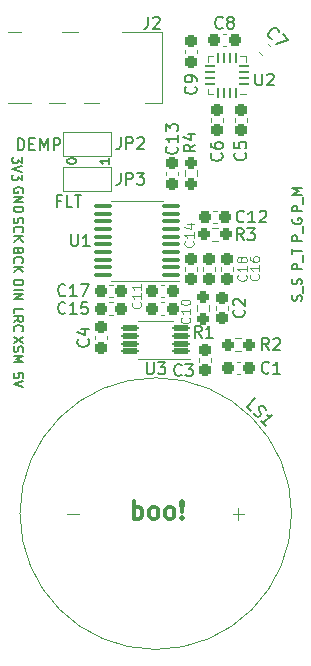
<source format=gto>
%TF.GenerationSoftware,KiCad,Pcbnew,7.0.5*%
%TF.CreationDate,2025-04-30T23:03:42+08:00*%
%TF.ProjectId,audio-test-board,61756469-6f2d-4746-9573-742d626f6172,rev?*%
%TF.SameCoordinates,Original*%
%TF.FileFunction,Legend,Top*%
%TF.FilePolarity,Positive*%
%FSLAX46Y46*%
G04 Gerber Fmt 4.6, Leading zero omitted, Abs format (unit mm)*
G04 Created by KiCad (PCBNEW 7.0.5) date 2025-04-30 23:03:42*
%MOMM*%
%LPD*%
G01*
G04 APERTURE LIST*
G04 Aperture macros list*
%AMRoundRect*
0 Rectangle with rounded corners*
0 $1 Rounding radius*
0 $2 $3 $4 $5 $6 $7 $8 $9 X,Y pos of 4 corners*
0 Add a 4 corners polygon primitive as box body*
4,1,4,$2,$3,$4,$5,$6,$7,$8,$9,$2,$3,0*
0 Add four circle primitives for the rounded corners*
1,1,$1+$1,$2,$3*
1,1,$1+$1,$4,$5*
1,1,$1+$1,$6,$7*
1,1,$1+$1,$8,$9*
0 Add four rect primitives between the rounded corners*
20,1,$1+$1,$2,$3,$4,$5,0*
20,1,$1+$1,$4,$5,$6,$7,0*
20,1,$1+$1,$6,$7,$8,$9,0*
20,1,$1+$1,$8,$9,$2,$3,0*%
G04 Aperture macros list end*
%ADD10C,0.150000*%
%ADD11C,0.300000*%
%ADD12C,0.125000*%
%ADD13C,0.120000*%
%ADD14R,1.570000X1.890000*%
%ADD15RoundRect,0.125000X0.600000X0.125000X-0.600000X0.125000X-0.600000X-0.125000X0.600000X-0.125000X0*%
%ADD16RoundRect,0.237500X-0.237500X0.300000X-0.237500X-0.300000X0.237500X-0.300000X0.237500X0.300000X0*%
%ADD17R,1.000000X1.500000*%
%ADD18RoundRect,0.237500X0.237500X-0.300000X0.237500X0.300000X-0.237500X0.300000X-0.237500X-0.300000X0*%
%ADD19RoundRect,0.237500X-0.250000X-0.237500X0.250000X-0.237500X0.250000X0.237500X-0.250000X0.237500X0*%
%ADD20RoundRect,0.237500X-0.300000X-0.237500X0.300000X-0.237500X0.300000X0.237500X-0.300000X0.237500X0*%
%ADD21RoundRect,0.237500X0.250000X0.237500X-0.250000X0.237500X-0.250000X-0.237500X0.250000X-0.237500X0*%
%ADD22R,1.200000X2.300000*%
%ADD23RoundRect,0.237500X0.300000X0.237500X-0.300000X0.237500X-0.300000X-0.237500X0.300000X-0.237500X0*%
%ADD24RoundRect,0.237500X-0.237500X0.250000X-0.237500X-0.250000X0.237500X-0.250000X0.237500X0.250000X0*%
%ADD25RoundRect,0.237500X-0.380070X0.044194X0.044194X-0.380070X0.380070X-0.044194X-0.044194X0.380070X0*%
%ADD26RoundRect,0.062500X0.350000X0.062500X-0.350000X0.062500X-0.350000X-0.062500X0.350000X-0.062500X0*%
%ADD27RoundRect,0.062500X0.062500X0.350000X-0.062500X0.350000X-0.062500X-0.350000X0.062500X-0.350000X0*%
%ADD28R,1.680000X1.680000*%
%ADD29RoundRect,0.100000X0.637500X0.100000X-0.637500X0.100000X-0.637500X-0.100000X0.637500X-0.100000X0*%
%ADD30C,2.000000*%
%ADD31R,1.700000X1.700000*%
%ADD32O,1.700000X1.700000*%
G04 APERTURE END LIST*
D10*
X159392504Y-122231219D02*
X159392504Y-121850267D01*
X159392504Y-121850267D02*
X160192504Y-121850267D01*
X159392504Y-122955029D02*
X159773457Y-122688362D01*
X159392504Y-122497886D02*
X160192504Y-122497886D01*
X160192504Y-122497886D02*
X160192504Y-122802648D01*
X160192504Y-122802648D02*
X160154409Y-122878838D01*
X160154409Y-122878838D02*
X160116314Y-122916933D01*
X160116314Y-122916933D02*
X160040123Y-122955029D01*
X160040123Y-122955029D02*
X159925838Y-122955029D01*
X159925838Y-122955029D02*
X159849647Y-122916933D01*
X159849647Y-122916933D02*
X159811552Y-122878838D01*
X159811552Y-122878838D02*
X159773457Y-122802648D01*
X159773457Y-122802648D02*
X159773457Y-122497886D01*
X159468695Y-123755029D02*
X159430600Y-123716933D01*
X159430600Y-123716933D02*
X159392504Y-123602648D01*
X159392504Y-123602648D02*
X159392504Y-123526457D01*
X159392504Y-123526457D02*
X159430600Y-123412171D01*
X159430600Y-123412171D02*
X159506790Y-123335981D01*
X159506790Y-123335981D02*
X159582980Y-123297886D01*
X159582980Y-123297886D02*
X159735361Y-123259790D01*
X159735361Y-123259790D02*
X159849647Y-123259790D01*
X159849647Y-123259790D02*
X160002028Y-123297886D01*
X160002028Y-123297886D02*
X160078219Y-123335981D01*
X160078219Y-123335981D02*
X160154409Y-123412171D01*
X160154409Y-123412171D02*
X160192504Y-123526457D01*
X160192504Y-123526457D02*
X160192504Y-123602648D01*
X160192504Y-123602648D02*
X160154409Y-123716933D01*
X160154409Y-123716933D02*
X160116314Y-123755029D01*
X183801095Y-116077885D02*
X183001095Y-116077885D01*
X183001095Y-116077885D02*
X183001095Y-115773123D01*
X183001095Y-115773123D02*
X183039190Y-115696933D01*
X183039190Y-115696933D02*
X183077285Y-115658838D01*
X183077285Y-115658838D02*
X183153476Y-115620742D01*
X183153476Y-115620742D02*
X183267761Y-115620742D01*
X183267761Y-115620742D02*
X183343952Y-115658838D01*
X183343952Y-115658838D02*
X183382047Y-115696933D01*
X183382047Y-115696933D02*
X183420142Y-115773123D01*
X183420142Y-115773123D02*
X183420142Y-116077885D01*
X183877285Y-115468362D02*
X183877285Y-114858838D01*
X183039190Y-114249314D02*
X183001095Y-114325504D01*
X183001095Y-114325504D02*
X183001095Y-114439790D01*
X183001095Y-114439790D02*
X183039190Y-114554076D01*
X183039190Y-114554076D02*
X183115380Y-114630266D01*
X183115380Y-114630266D02*
X183191571Y-114668361D01*
X183191571Y-114668361D02*
X183343952Y-114706457D01*
X183343952Y-114706457D02*
X183458238Y-114706457D01*
X183458238Y-114706457D02*
X183610619Y-114668361D01*
X183610619Y-114668361D02*
X183686809Y-114630266D01*
X183686809Y-114630266D02*
X183763000Y-114554076D01*
X183763000Y-114554076D02*
X183801095Y-114439790D01*
X183801095Y-114439790D02*
X183801095Y-114363599D01*
X183801095Y-114363599D02*
X183763000Y-114249314D01*
X183763000Y-114249314D02*
X183724904Y-114211218D01*
X183724904Y-114211218D02*
X183458238Y-114211218D01*
X183458238Y-114211218D02*
X183458238Y-114363599D01*
X159430600Y-114135028D02*
X159392504Y-114249314D01*
X159392504Y-114249314D02*
X159392504Y-114439790D01*
X159392504Y-114439790D02*
X159430600Y-114515981D01*
X159430600Y-114515981D02*
X159468695Y-114554076D01*
X159468695Y-114554076D02*
X159544885Y-114592171D01*
X159544885Y-114592171D02*
X159621076Y-114592171D01*
X159621076Y-114592171D02*
X159697266Y-114554076D01*
X159697266Y-114554076D02*
X159735361Y-114515981D01*
X159735361Y-114515981D02*
X159773457Y-114439790D01*
X159773457Y-114439790D02*
X159811552Y-114287409D01*
X159811552Y-114287409D02*
X159849647Y-114211219D01*
X159849647Y-114211219D02*
X159887742Y-114173124D01*
X159887742Y-114173124D02*
X159963933Y-114135028D01*
X159963933Y-114135028D02*
X160040123Y-114135028D01*
X160040123Y-114135028D02*
X160116314Y-114173124D01*
X160116314Y-114173124D02*
X160154409Y-114211219D01*
X160154409Y-114211219D02*
X160192504Y-114287409D01*
X160192504Y-114287409D02*
X160192504Y-114477886D01*
X160192504Y-114477886D02*
X160154409Y-114592171D01*
X159468695Y-115392172D02*
X159430600Y-115354076D01*
X159430600Y-115354076D02*
X159392504Y-115239791D01*
X159392504Y-115239791D02*
X159392504Y-115163600D01*
X159392504Y-115163600D02*
X159430600Y-115049314D01*
X159430600Y-115049314D02*
X159506790Y-114973124D01*
X159506790Y-114973124D02*
X159582980Y-114935029D01*
X159582980Y-114935029D02*
X159735361Y-114896933D01*
X159735361Y-114896933D02*
X159849647Y-114896933D01*
X159849647Y-114896933D02*
X160002028Y-114935029D01*
X160002028Y-114935029D02*
X160078219Y-114973124D01*
X160078219Y-114973124D02*
X160154409Y-115049314D01*
X160154409Y-115049314D02*
X160192504Y-115163600D01*
X160192504Y-115163600D02*
X160192504Y-115239791D01*
X160192504Y-115239791D02*
X160154409Y-115354076D01*
X160154409Y-115354076D02*
X160116314Y-115392172D01*
X159392504Y-115735029D02*
X160192504Y-115735029D01*
X159392504Y-116192172D02*
X159849647Y-115849314D01*
X160192504Y-116192172D02*
X159735361Y-115735029D01*
X183801095Y-113595028D02*
X183001095Y-113595028D01*
X183001095Y-113595028D02*
X183001095Y-113290266D01*
X183001095Y-113290266D02*
X183039190Y-113214076D01*
X183039190Y-113214076D02*
X183077285Y-113175981D01*
X183077285Y-113175981D02*
X183153476Y-113137885D01*
X183153476Y-113137885D02*
X183267761Y-113137885D01*
X183267761Y-113137885D02*
X183343952Y-113175981D01*
X183343952Y-113175981D02*
X183382047Y-113214076D01*
X183382047Y-113214076D02*
X183420142Y-113290266D01*
X183420142Y-113290266D02*
X183420142Y-113595028D01*
X183877285Y-112985505D02*
X183877285Y-112375981D01*
X183801095Y-112185504D02*
X183001095Y-112185504D01*
X183001095Y-112185504D02*
X183572523Y-111918838D01*
X183572523Y-111918838D02*
X183001095Y-111652171D01*
X183001095Y-111652171D02*
X183801095Y-111652171D01*
D11*
X169586310Y-139645428D02*
X169586310Y-138145428D01*
X169586310Y-138716857D02*
X169729168Y-138645428D01*
X169729168Y-138645428D02*
X170014882Y-138645428D01*
X170014882Y-138645428D02*
X170157739Y-138716857D01*
X170157739Y-138716857D02*
X170229168Y-138788285D01*
X170229168Y-138788285D02*
X170300596Y-138931142D01*
X170300596Y-138931142D02*
X170300596Y-139359714D01*
X170300596Y-139359714D02*
X170229168Y-139502571D01*
X170229168Y-139502571D02*
X170157739Y-139574000D01*
X170157739Y-139574000D02*
X170014882Y-139645428D01*
X170014882Y-139645428D02*
X169729168Y-139645428D01*
X169729168Y-139645428D02*
X169586310Y-139574000D01*
X171157739Y-139645428D02*
X171014882Y-139574000D01*
X171014882Y-139574000D02*
X170943453Y-139502571D01*
X170943453Y-139502571D02*
X170872025Y-139359714D01*
X170872025Y-139359714D02*
X170872025Y-138931142D01*
X170872025Y-138931142D02*
X170943453Y-138788285D01*
X170943453Y-138788285D02*
X171014882Y-138716857D01*
X171014882Y-138716857D02*
X171157739Y-138645428D01*
X171157739Y-138645428D02*
X171372025Y-138645428D01*
X171372025Y-138645428D02*
X171514882Y-138716857D01*
X171514882Y-138716857D02*
X171586311Y-138788285D01*
X171586311Y-138788285D02*
X171657739Y-138931142D01*
X171657739Y-138931142D02*
X171657739Y-139359714D01*
X171657739Y-139359714D02*
X171586311Y-139502571D01*
X171586311Y-139502571D02*
X171514882Y-139574000D01*
X171514882Y-139574000D02*
X171372025Y-139645428D01*
X171372025Y-139645428D02*
X171157739Y-139645428D01*
X172514882Y-139645428D02*
X172372025Y-139574000D01*
X172372025Y-139574000D02*
X172300596Y-139502571D01*
X172300596Y-139502571D02*
X172229168Y-139359714D01*
X172229168Y-139359714D02*
X172229168Y-138931142D01*
X172229168Y-138931142D02*
X172300596Y-138788285D01*
X172300596Y-138788285D02*
X172372025Y-138716857D01*
X172372025Y-138716857D02*
X172514882Y-138645428D01*
X172514882Y-138645428D02*
X172729168Y-138645428D01*
X172729168Y-138645428D02*
X172872025Y-138716857D01*
X172872025Y-138716857D02*
X172943454Y-138788285D01*
X172943454Y-138788285D02*
X173014882Y-138931142D01*
X173014882Y-138931142D02*
X173014882Y-139359714D01*
X173014882Y-139359714D02*
X172943454Y-139502571D01*
X172943454Y-139502571D02*
X172872025Y-139574000D01*
X172872025Y-139574000D02*
X172729168Y-139645428D01*
X172729168Y-139645428D02*
X172514882Y-139645428D01*
X173657739Y-139502571D02*
X173729168Y-139574000D01*
X173729168Y-139574000D02*
X173657739Y-139645428D01*
X173657739Y-139645428D02*
X173586311Y-139574000D01*
X173586311Y-139574000D02*
X173657739Y-139502571D01*
X173657739Y-139502571D02*
X173657739Y-139645428D01*
X173657739Y-139074000D02*
X173586311Y-138216857D01*
X173586311Y-138216857D02*
X173657739Y-138145428D01*
X173657739Y-138145428D02*
X173729168Y-138216857D01*
X173729168Y-138216857D02*
X173657739Y-139074000D01*
X173657739Y-139074000D02*
X173657739Y-138145428D01*
D10*
X160192504Y-127711219D02*
X160192504Y-127330267D01*
X160192504Y-127330267D02*
X159811552Y-127292171D01*
X159811552Y-127292171D02*
X159849647Y-127330267D01*
X159849647Y-127330267D02*
X159887742Y-127406457D01*
X159887742Y-127406457D02*
X159887742Y-127596933D01*
X159887742Y-127596933D02*
X159849647Y-127673124D01*
X159849647Y-127673124D02*
X159811552Y-127711219D01*
X159811552Y-127711219D02*
X159735361Y-127749314D01*
X159735361Y-127749314D02*
X159544885Y-127749314D01*
X159544885Y-127749314D02*
X159468695Y-127711219D01*
X159468695Y-127711219D02*
X159430600Y-127673124D01*
X159430600Y-127673124D02*
X159392504Y-127596933D01*
X159392504Y-127596933D02*
X159392504Y-127406457D01*
X159392504Y-127406457D02*
X159430600Y-127330267D01*
X159430600Y-127330267D02*
X159468695Y-127292171D01*
X160192504Y-127977886D02*
X159392504Y-128244553D01*
X159392504Y-128244553D02*
X160192504Y-128511219D01*
X159741579Y-108429419D02*
X159741579Y-107429419D01*
X159741579Y-107429419D02*
X159979674Y-107429419D01*
X159979674Y-107429419D02*
X160122531Y-107477038D01*
X160122531Y-107477038D02*
X160217769Y-107572276D01*
X160217769Y-107572276D02*
X160265388Y-107667514D01*
X160265388Y-107667514D02*
X160313007Y-107857990D01*
X160313007Y-107857990D02*
X160313007Y-108000847D01*
X160313007Y-108000847D02*
X160265388Y-108191323D01*
X160265388Y-108191323D02*
X160217769Y-108286561D01*
X160217769Y-108286561D02*
X160122531Y-108381800D01*
X160122531Y-108381800D02*
X159979674Y-108429419D01*
X159979674Y-108429419D02*
X159741579Y-108429419D01*
X160741579Y-107905609D02*
X161074912Y-107905609D01*
X161217769Y-108429419D02*
X160741579Y-108429419D01*
X160741579Y-108429419D02*
X160741579Y-107429419D01*
X160741579Y-107429419D02*
X161217769Y-107429419D01*
X161646341Y-108429419D02*
X161646341Y-107429419D01*
X161646341Y-107429419D02*
X161979674Y-108143704D01*
X161979674Y-108143704D02*
X162313007Y-107429419D01*
X162313007Y-107429419D02*
X162313007Y-108429419D01*
X162789198Y-108429419D02*
X162789198Y-107429419D01*
X162789198Y-107429419D02*
X163170150Y-107429419D01*
X163170150Y-107429419D02*
X163265388Y-107477038D01*
X163265388Y-107477038D02*
X163313007Y-107524657D01*
X163313007Y-107524657D02*
X163360626Y-107619895D01*
X163360626Y-107619895D02*
X163360626Y-107762752D01*
X163360626Y-107762752D02*
X163313007Y-107857990D01*
X163313007Y-107857990D02*
X163265388Y-107905609D01*
X163265388Y-107905609D02*
X163170150Y-107953228D01*
X163170150Y-107953228D02*
X162789198Y-107953228D01*
X183763000Y-121157886D02*
X183801095Y-121043600D01*
X183801095Y-121043600D02*
X183801095Y-120853124D01*
X183801095Y-120853124D02*
X183763000Y-120776933D01*
X183763000Y-120776933D02*
X183724904Y-120738838D01*
X183724904Y-120738838D02*
X183648714Y-120700743D01*
X183648714Y-120700743D02*
X183572523Y-120700743D01*
X183572523Y-120700743D02*
X183496333Y-120738838D01*
X183496333Y-120738838D02*
X183458238Y-120776933D01*
X183458238Y-120776933D02*
X183420142Y-120853124D01*
X183420142Y-120853124D02*
X183382047Y-121005505D01*
X183382047Y-121005505D02*
X183343952Y-121081695D01*
X183343952Y-121081695D02*
X183305857Y-121119790D01*
X183305857Y-121119790D02*
X183229666Y-121157886D01*
X183229666Y-121157886D02*
X183153476Y-121157886D01*
X183153476Y-121157886D02*
X183077285Y-121119790D01*
X183077285Y-121119790D02*
X183039190Y-121081695D01*
X183039190Y-121081695D02*
X183001095Y-121005505D01*
X183001095Y-121005505D02*
X183001095Y-120815028D01*
X183001095Y-120815028D02*
X183039190Y-120700743D01*
X183877285Y-120548362D02*
X183877285Y-119938838D01*
X183763000Y-119786457D02*
X183801095Y-119672171D01*
X183801095Y-119672171D02*
X183801095Y-119481695D01*
X183801095Y-119481695D02*
X183763000Y-119405504D01*
X183763000Y-119405504D02*
X183724904Y-119367409D01*
X183724904Y-119367409D02*
X183648714Y-119329314D01*
X183648714Y-119329314D02*
X183572523Y-119329314D01*
X183572523Y-119329314D02*
X183496333Y-119367409D01*
X183496333Y-119367409D02*
X183458238Y-119405504D01*
X183458238Y-119405504D02*
X183420142Y-119481695D01*
X183420142Y-119481695D02*
X183382047Y-119634076D01*
X183382047Y-119634076D02*
X183343952Y-119710266D01*
X183343952Y-119710266D02*
X183305857Y-119748361D01*
X183305857Y-119748361D02*
X183229666Y-119786457D01*
X183229666Y-119786457D02*
X183153476Y-119786457D01*
X183153476Y-119786457D02*
X183077285Y-119748361D01*
X183077285Y-119748361D02*
X183039190Y-119710266D01*
X183039190Y-119710266D02*
X183001095Y-119634076D01*
X183001095Y-119634076D02*
X183001095Y-119443599D01*
X183001095Y-119443599D02*
X183039190Y-119329314D01*
X163899095Y-109371694D02*
X163899095Y-109295504D01*
X163899095Y-109295504D02*
X163937190Y-109219313D01*
X163937190Y-109219313D02*
X163975285Y-109181218D01*
X163975285Y-109181218D02*
X164051476Y-109143123D01*
X164051476Y-109143123D02*
X164203857Y-109105028D01*
X164203857Y-109105028D02*
X164394333Y-109105028D01*
X164394333Y-109105028D02*
X164546714Y-109143123D01*
X164546714Y-109143123D02*
X164622904Y-109181218D01*
X164622904Y-109181218D02*
X164661000Y-109219313D01*
X164661000Y-109219313D02*
X164699095Y-109295504D01*
X164699095Y-109295504D02*
X164699095Y-109371694D01*
X164699095Y-109371694D02*
X164661000Y-109447885D01*
X164661000Y-109447885D02*
X164622904Y-109485980D01*
X164622904Y-109485980D02*
X164546714Y-109524075D01*
X164546714Y-109524075D02*
X164394333Y-109562171D01*
X164394333Y-109562171D02*
X164203857Y-109562171D01*
X164203857Y-109562171D02*
X164051476Y-109524075D01*
X164051476Y-109524075D02*
X163975285Y-109485980D01*
X163975285Y-109485980D02*
X163937190Y-109447885D01*
X163937190Y-109447885D02*
X163899095Y-109371694D01*
X163376912Y-112731609D02*
X163043579Y-112731609D01*
X163043579Y-113255419D02*
X163043579Y-112255419D01*
X163043579Y-112255419D02*
X163519769Y-112255419D01*
X164376912Y-113255419D02*
X163900722Y-113255419D01*
X163900722Y-113255419D02*
X163900722Y-112255419D01*
X164567389Y-112255419D02*
X165138817Y-112255419D01*
X164853103Y-113255419D02*
X164853103Y-112255419D01*
X159811552Y-116960742D02*
X159773457Y-117075028D01*
X159773457Y-117075028D02*
X159735361Y-117113123D01*
X159735361Y-117113123D02*
X159659171Y-117151219D01*
X159659171Y-117151219D02*
X159544885Y-117151219D01*
X159544885Y-117151219D02*
X159468695Y-117113123D01*
X159468695Y-117113123D02*
X159430600Y-117075028D01*
X159430600Y-117075028D02*
X159392504Y-116998838D01*
X159392504Y-116998838D02*
X159392504Y-116694076D01*
X159392504Y-116694076D02*
X160192504Y-116694076D01*
X160192504Y-116694076D02*
X160192504Y-116960742D01*
X160192504Y-116960742D02*
X160154409Y-117036933D01*
X160154409Y-117036933D02*
X160116314Y-117075028D01*
X160116314Y-117075028D02*
X160040123Y-117113123D01*
X160040123Y-117113123D02*
X159963933Y-117113123D01*
X159963933Y-117113123D02*
X159887742Y-117075028D01*
X159887742Y-117075028D02*
X159849647Y-117036933D01*
X159849647Y-117036933D02*
X159811552Y-116960742D01*
X159811552Y-116960742D02*
X159811552Y-116694076D01*
X159468695Y-117951219D02*
X159430600Y-117913123D01*
X159430600Y-117913123D02*
X159392504Y-117798838D01*
X159392504Y-117798838D02*
X159392504Y-117722647D01*
X159392504Y-117722647D02*
X159430600Y-117608361D01*
X159430600Y-117608361D02*
X159506790Y-117532171D01*
X159506790Y-117532171D02*
X159582980Y-117494076D01*
X159582980Y-117494076D02*
X159735361Y-117455980D01*
X159735361Y-117455980D02*
X159849647Y-117455980D01*
X159849647Y-117455980D02*
X160002028Y-117494076D01*
X160002028Y-117494076D02*
X160078219Y-117532171D01*
X160078219Y-117532171D02*
X160154409Y-117608361D01*
X160154409Y-117608361D02*
X160192504Y-117722647D01*
X160192504Y-117722647D02*
X160192504Y-117798838D01*
X160192504Y-117798838D02*
X160154409Y-117913123D01*
X160154409Y-117913123D02*
X160116314Y-117951219D01*
X159392504Y-118294076D02*
X160192504Y-118294076D01*
X159392504Y-118751219D02*
X159849647Y-118408361D01*
X160192504Y-118751219D02*
X159735361Y-118294076D01*
X160192504Y-124218837D02*
X159392504Y-124752171D01*
X160192504Y-124752171D02*
X159392504Y-124218837D01*
X159430600Y-125018837D02*
X159392504Y-125133123D01*
X159392504Y-125133123D02*
X159392504Y-125323599D01*
X159392504Y-125323599D02*
X159430600Y-125399790D01*
X159430600Y-125399790D02*
X159468695Y-125437885D01*
X159468695Y-125437885D02*
X159544885Y-125475980D01*
X159544885Y-125475980D02*
X159621076Y-125475980D01*
X159621076Y-125475980D02*
X159697266Y-125437885D01*
X159697266Y-125437885D02*
X159735361Y-125399790D01*
X159735361Y-125399790D02*
X159773457Y-125323599D01*
X159773457Y-125323599D02*
X159811552Y-125171218D01*
X159811552Y-125171218D02*
X159849647Y-125095028D01*
X159849647Y-125095028D02*
X159887742Y-125056933D01*
X159887742Y-125056933D02*
X159963933Y-125018837D01*
X159963933Y-125018837D02*
X160040123Y-125018837D01*
X160040123Y-125018837D02*
X160116314Y-125056933D01*
X160116314Y-125056933D02*
X160154409Y-125095028D01*
X160154409Y-125095028D02*
X160192504Y-125171218D01*
X160192504Y-125171218D02*
X160192504Y-125361695D01*
X160192504Y-125361695D02*
X160154409Y-125475980D01*
X159392504Y-125818838D02*
X160192504Y-125818838D01*
X160192504Y-125818838D02*
X159621076Y-126085504D01*
X159621076Y-126085504D02*
X160192504Y-126352171D01*
X160192504Y-126352171D02*
X159392504Y-126352171D01*
X160092504Y-109043123D02*
X160092504Y-109538361D01*
X160092504Y-109538361D02*
X159787742Y-109271695D01*
X159787742Y-109271695D02*
X159787742Y-109385980D01*
X159787742Y-109385980D02*
X159749647Y-109462171D01*
X159749647Y-109462171D02*
X159711552Y-109500266D01*
X159711552Y-109500266D02*
X159635361Y-109538361D01*
X159635361Y-109538361D02*
X159444885Y-109538361D01*
X159444885Y-109538361D02*
X159368695Y-109500266D01*
X159368695Y-109500266D02*
X159330600Y-109462171D01*
X159330600Y-109462171D02*
X159292504Y-109385980D01*
X159292504Y-109385980D02*
X159292504Y-109157409D01*
X159292504Y-109157409D02*
X159330600Y-109081218D01*
X159330600Y-109081218D02*
X159368695Y-109043123D01*
X160092504Y-109766933D02*
X159292504Y-110033600D01*
X159292504Y-110033600D02*
X160092504Y-110300266D01*
X160092504Y-110490742D02*
X160092504Y-110985980D01*
X160092504Y-110985980D02*
X159787742Y-110719314D01*
X159787742Y-110719314D02*
X159787742Y-110833599D01*
X159787742Y-110833599D02*
X159749647Y-110909790D01*
X159749647Y-110909790D02*
X159711552Y-110947885D01*
X159711552Y-110947885D02*
X159635361Y-110985980D01*
X159635361Y-110985980D02*
X159444885Y-110985980D01*
X159444885Y-110985980D02*
X159368695Y-110947885D01*
X159368695Y-110947885D02*
X159330600Y-110909790D01*
X159330600Y-110909790D02*
X159292504Y-110833599D01*
X159292504Y-110833599D02*
X159292504Y-110605028D01*
X159292504Y-110605028D02*
X159330600Y-110528837D01*
X159330600Y-110528837D02*
X159368695Y-110490742D01*
X160154409Y-112014076D02*
X160192504Y-111937886D01*
X160192504Y-111937886D02*
X160192504Y-111823600D01*
X160192504Y-111823600D02*
X160154409Y-111709314D01*
X160154409Y-111709314D02*
X160078219Y-111633124D01*
X160078219Y-111633124D02*
X160002028Y-111595029D01*
X160002028Y-111595029D02*
X159849647Y-111556933D01*
X159849647Y-111556933D02*
X159735361Y-111556933D01*
X159735361Y-111556933D02*
X159582980Y-111595029D01*
X159582980Y-111595029D02*
X159506790Y-111633124D01*
X159506790Y-111633124D02*
X159430600Y-111709314D01*
X159430600Y-111709314D02*
X159392504Y-111823600D01*
X159392504Y-111823600D02*
X159392504Y-111899791D01*
X159392504Y-111899791D02*
X159430600Y-112014076D01*
X159430600Y-112014076D02*
X159468695Y-112052172D01*
X159468695Y-112052172D02*
X159735361Y-112052172D01*
X159735361Y-112052172D02*
X159735361Y-111899791D01*
X159392504Y-112395029D02*
X160192504Y-112395029D01*
X160192504Y-112395029D02*
X159392504Y-112852172D01*
X159392504Y-112852172D02*
X160192504Y-112852172D01*
X159392504Y-113233124D02*
X160192504Y-113233124D01*
X160192504Y-113233124D02*
X160192504Y-113423600D01*
X160192504Y-113423600D02*
X160154409Y-113537886D01*
X160154409Y-113537886D02*
X160078219Y-113614076D01*
X160078219Y-113614076D02*
X160002028Y-113652171D01*
X160002028Y-113652171D02*
X159849647Y-113690267D01*
X159849647Y-113690267D02*
X159735361Y-113690267D01*
X159735361Y-113690267D02*
X159582980Y-113652171D01*
X159582980Y-113652171D02*
X159506790Y-113614076D01*
X159506790Y-113614076D02*
X159430600Y-113537886D01*
X159430600Y-113537886D02*
X159392504Y-113423600D01*
X159392504Y-113423600D02*
X159392504Y-113233124D01*
X159392504Y-119424553D02*
X160192504Y-119424553D01*
X160192504Y-119424553D02*
X160192504Y-119615029D01*
X160192504Y-119615029D02*
X160154409Y-119729315D01*
X160154409Y-119729315D02*
X160078219Y-119805505D01*
X160078219Y-119805505D02*
X160002028Y-119843600D01*
X160002028Y-119843600D02*
X159849647Y-119881696D01*
X159849647Y-119881696D02*
X159735361Y-119881696D01*
X159735361Y-119881696D02*
X159582980Y-119843600D01*
X159582980Y-119843600D02*
X159506790Y-119805505D01*
X159506790Y-119805505D02*
X159430600Y-119729315D01*
X159430600Y-119729315D02*
X159392504Y-119615029D01*
X159392504Y-119615029D02*
X159392504Y-119424553D01*
X159392504Y-120224553D02*
X160192504Y-120224553D01*
X159392504Y-120605505D02*
X160192504Y-120605505D01*
X160192504Y-120605505D02*
X159392504Y-121062648D01*
X159392504Y-121062648D02*
X160192504Y-121062648D01*
X183801095Y-118522647D02*
X183001095Y-118522647D01*
X183001095Y-118522647D02*
X183001095Y-118217885D01*
X183001095Y-118217885D02*
X183039190Y-118141695D01*
X183039190Y-118141695D02*
X183077285Y-118103600D01*
X183077285Y-118103600D02*
X183153476Y-118065504D01*
X183153476Y-118065504D02*
X183267761Y-118065504D01*
X183267761Y-118065504D02*
X183343952Y-118103600D01*
X183343952Y-118103600D02*
X183382047Y-118141695D01*
X183382047Y-118141695D02*
X183420142Y-118217885D01*
X183420142Y-118217885D02*
X183420142Y-118522647D01*
X183877285Y-117913124D02*
X183877285Y-117303600D01*
X183001095Y-117227409D02*
X183001095Y-116770266D01*
X183801095Y-116998838D02*
X183001095Y-116998838D01*
%TO.C,U3*%
X170674895Y-126388419D02*
X170674895Y-127197942D01*
X170674895Y-127197942D02*
X170722514Y-127293180D01*
X170722514Y-127293180D02*
X170770133Y-127340800D01*
X170770133Y-127340800D02*
X170865371Y-127388419D01*
X170865371Y-127388419D02*
X171055847Y-127388419D01*
X171055847Y-127388419D02*
X171151085Y-127340800D01*
X171151085Y-127340800D02*
X171198704Y-127293180D01*
X171198704Y-127293180D02*
X171246323Y-127197942D01*
X171246323Y-127197942D02*
X171246323Y-126388419D01*
X171627276Y-126388419D02*
X172246323Y-126388419D01*
X172246323Y-126388419D02*
X171912990Y-126769371D01*
X171912990Y-126769371D02*
X172055847Y-126769371D01*
X172055847Y-126769371D02*
X172151085Y-126816990D01*
X172151085Y-126816990D02*
X172198704Y-126864609D01*
X172198704Y-126864609D02*
X172246323Y-126959847D01*
X172246323Y-126959847D02*
X172246323Y-127197942D01*
X172246323Y-127197942D02*
X172198704Y-127293180D01*
X172198704Y-127293180D02*
X172151085Y-127340800D01*
X172151085Y-127340800D02*
X172055847Y-127388419D01*
X172055847Y-127388419D02*
X171770133Y-127388419D01*
X171770133Y-127388419D02*
X171674895Y-127340800D01*
X171674895Y-127340800D02*
X171627276Y-127293180D01*
%TO.C,C3*%
X173620133Y-127443180D02*
X173572514Y-127490800D01*
X173572514Y-127490800D02*
X173429657Y-127538419D01*
X173429657Y-127538419D02*
X173334419Y-127538419D01*
X173334419Y-127538419D02*
X173191562Y-127490800D01*
X173191562Y-127490800D02*
X173096324Y-127395561D01*
X173096324Y-127395561D02*
X173048705Y-127300323D01*
X173048705Y-127300323D02*
X173001086Y-127109847D01*
X173001086Y-127109847D02*
X173001086Y-126966990D01*
X173001086Y-126966990D02*
X173048705Y-126776514D01*
X173048705Y-126776514D02*
X173096324Y-126681276D01*
X173096324Y-126681276D02*
X173191562Y-126586038D01*
X173191562Y-126586038D02*
X173334419Y-126538419D01*
X173334419Y-126538419D02*
X173429657Y-126538419D01*
X173429657Y-126538419D02*
X173572514Y-126586038D01*
X173572514Y-126586038D02*
X173620133Y-126633657D01*
X173953467Y-126538419D02*
X174572514Y-126538419D01*
X174572514Y-126538419D02*
X174239181Y-126919371D01*
X174239181Y-126919371D02*
X174382038Y-126919371D01*
X174382038Y-126919371D02*
X174477276Y-126966990D01*
X174477276Y-126966990D02*
X174524895Y-127014609D01*
X174524895Y-127014609D02*
X174572514Y-127109847D01*
X174572514Y-127109847D02*
X174572514Y-127347942D01*
X174572514Y-127347942D02*
X174524895Y-127443180D01*
X174524895Y-127443180D02*
X174477276Y-127490800D01*
X174477276Y-127490800D02*
X174382038Y-127538419D01*
X174382038Y-127538419D02*
X174096324Y-127538419D01*
X174096324Y-127538419D02*
X174001086Y-127490800D01*
X174001086Y-127490800D02*
X173953467Y-127443180D01*
%TO.C,JP2*%
X168453466Y-107338419D02*
X168453466Y-108052704D01*
X168453466Y-108052704D02*
X168405847Y-108195561D01*
X168405847Y-108195561D02*
X168310609Y-108290800D01*
X168310609Y-108290800D02*
X168167752Y-108338419D01*
X168167752Y-108338419D02*
X168072514Y-108338419D01*
X168929657Y-108338419D02*
X168929657Y-107338419D01*
X168929657Y-107338419D02*
X169310609Y-107338419D01*
X169310609Y-107338419D02*
X169405847Y-107386038D01*
X169405847Y-107386038D02*
X169453466Y-107433657D01*
X169453466Y-107433657D02*
X169501085Y-107528895D01*
X169501085Y-107528895D02*
X169501085Y-107671752D01*
X169501085Y-107671752D02*
X169453466Y-107766990D01*
X169453466Y-107766990D02*
X169405847Y-107814609D01*
X169405847Y-107814609D02*
X169310609Y-107862228D01*
X169310609Y-107862228D02*
X168929657Y-107862228D01*
X169882038Y-107433657D02*
X169929657Y-107386038D01*
X169929657Y-107386038D02*
X170024895Y-107338419D01*
X170024895Y-107338419D02*
X170262990Y-107338419D01*
X170262990Y-107338419D02*
X170358228Y-107386038D01*
X170358228Y-107386038D02*
X170405847Y-107433657D01*
X170405847Y-107433657D02*
X170453466Y-107528895D01*
X170453466Y-107528895D02*
X170453466Y-107624133D01*
X170453466Y-107624133D02*
X170405847Y-107766990D01*
X170405847Y-107766990D02*
X169834419Y-108338419D01*
X169834419Y-108338419D02*
X170453466Y-108338419D01*
X167499095Y-109105028D02*
X167499095Y-109562171D01*
X167499095Y-109333599D02*
X166699095Y-109333599D01*
X166699095Y-109333599D02*
X166813380Y-109409790D01*
X166813380Y-109409790D02*
X166889571Y-109485980D01*
X166889571Y-109485980D02*
X166927666Y-109562171D01*
%TO.C,C6*%
X176996380Y-108700266D02*
X177044000Y-108747885D01*
X177044000Y-108747885D02*
X177091619Y-108890742D01*
X177091619Y-108890742D02*
X177091619Y-108985980D01*
X177091619Y-108985980D02*
X177044000Y-109128837D01*
X177044000Y-109128837D02*
X176948761Y-109224075D01*
X176948761Y-109224075D02*
X176853523Y-109271694D01*
X176853523Y-109271694D02*
X176663047Y-109319313D01*
X176663047Y-109319313D02*
X176520190Y-109319313D01*
X176520190Y-109319313D02*
X176329714Y-109271694D01*
X176329714Y-109271694D02*
X176234476Y-109224075D01*
X176234476Y-109224075D02*
X176139238Y-109128837D01*
X176139238Y-109128837D02*
X176091619Y-108985980D01*
X176091619Y-108985980D02*
X176091619Y-108890742D01*
X176091619Y-108890742D02*
X176139238Y-108747885D01*
X176139238Y-108747885D02*
X176186857Y-108700266D01*
X176091619Y-107843123D02*
X176091619Y-108033599D01*
X176091619Y-108033599D02*
X176139238Y-108128837D01*
X176139238Y-108128837D02*
X176186857Y-108176456D01*
X176186857Y-108176456D02*
X176329714Y-108271694D01*
X176329714Y-108271694D02*
X176520190Y-108319313D01*
X176520190Y-108319313D02*
X176901142Y-108319313D01*
X176901142Y-108319313D02*
X176996380Y-108271694D01*
X176996380Y-108271694D02*
X177044000Y-108224075D01*
X177044000Y-108224075D02*
X177091619Y-108128837D01*
X177091619Y-108128837D02*
X177091619Y-107938361D01*
X177091619Y-107938361D02*
X177044000Y-107843123D01*
X177044000Y-107843123D02*
X176996380Y-107795504D01*
X176996380Y-107795504D02*
X176901142Y-107747885D01*
X176901142Y-107747885D02*
X176663047Y-107747885D01*
X176663047Y-107747885D02*
X176567809Y-107795504D01*
X176567809Y-107795504D02*
X176520190Y-107843123D01*
X176520190Y-107843123D02*
X176472571Y-107938361D01*
X176472571Y-107938361D02*
X176472571Y-108128837D01*
X176472571Y-108128837D02*
X176520190Y-108224075D01*
X176520190Y-108224075D02*
X176567809Y-108271694D01*
X176567809Y-108271694D02*
X176663047Y-108319313D01*
%TO.C,R3*%
X178870133Y-116038419D02*
X178536800Y-115562228D01*
X178298705Y-116038419D02*
X178298705Y-115038419D01*
X178298705Y-115038419D02*
X178679657Y-115038419D01*
X178679657Y-115038419D02*
X178774895Y-115086038D01*
X178774895Y-115086038D02*
X178822514Y-115133657D01*
X178822514Y-115133657D02*
X178870133Y-115228895D01*
X178870133Y-115228895D02*
X178870133Y-115371752D01*
X178870133Y-115371752D02*
X178822514Y-115466990D01*
X178822514Y-115466990D02*
X178774895Y-115514609D01*
X178774895Y-115514609D02*
X178679657Y-115562228D01*
X178679657Y-115562228D02*
X178298705Y-115562228D01*
X179203467Y-115038419D02*
X179822514Y-115038419D01*
X179822514Y-115038419D02*
X179489181Y-115419371D01*
X179489181Y-115419371D02*
X179632038Y-115419371D01*
X179632038Y-115419371D02*
X179727276Y-115466990D01*
X179727276Y-115466990D02*
X179774895Y-115514609D01*
X179774895Y-115514609D02*
X179822514Y-115609847D01*
X179822514Y-115609847D02*
X179822514Y-115847942D01*
X179822514Y-115847942D02*
X179774895Y-115943180D01*
X179774895Y-115943180D02*
X179727276Y-115990800D01*
X179727276Y-115990800D02*
X179632038Y-116038419D01*
X179632038Y-116038419D02*
X179346324Y-116038419D01*
X179346324Y-116038419D02*
X179251086Y-115990800D01*
X179251086Y-115990800D02*
X179203467Y-115943180D01*
%TO.C,C17*%
X163793942Y-120693180D02*
X163746323Y-120740800D01*
X163746323Y-120740800D02*
X163603466Y-120788419D01*
X163603466Y-120788419D02*
X163508228Y-120788419D01*
X163508228Y-120788419D02*
X163365371Y-120740800D01*
X163365371Y-120740800D02*
X163270133Y-120645561D01*
X163270133Y-120645561D02*
X163222514Y-120550323D01*
X163222514Y-120550323D02*
X163174895Y-120359847D01*
X163174895Y-120359847D02*
X163174895Y-120216990D01*
X163174895Y-120216990D02*
X163222514Y-120026514D01*
X163222514Y-120026514D02*
X163270133Y-119931276D01*
X163270133Y-119931276D02*
X163365371Y-119836038D01*
X163365371Y-119836038D02*
X163508228Y-119788419D01*
X163508228Y-119788419D02*
X163603466Y-119788419D01*
X163603466Y-119788419D02*
X163746323Y-119836038D01*
X163746323Y-119836038D02*
X163793942Y-119883657D01*
X164746323Y-120788419D02*
X164174895Y-120788419D01*
X164460609Y-120788419D02*
X164460609Y-119788419D01*
X164460609Y-119788419D02*
X164365371Y-119931276D01*
X164365371Y-119931276D02*
X164270133Y-120026514D01*
X164270133Y-120026514D02*
X164174895Y-120074133D01*
X165079657Y-119788419D02*
X165746323Y-119788419D01*
X165746323Y-119788419D02*
X165317752Y-120788419D01*
%TO.C,R2*%
X181020133Y-125338419D02*
X180686800Y-124862228D01*
X180448705Y-125338419D02*
X180448705Y-124338419D01*
X180448705Y-124338419D02*
X180829657Y-124338419D01*
X180829657Y-124338419D02*
X180924895Y-124386038D01*
X180924895Y-124386038D02*
X180972514Y-124433657D01*
X180972514Y-124433657D02*
X181020133Y-124528895D01*
X181020133Y-124528895D02*
X181020133Y-124671752D01*
X181020133Y-124671752D02*
X180972514Y-124766990D01*
X180972514Y-124766990D02*
X180924895Y-124814609D01*
X180924895Y-124814609D02*
X180829657Y-124862228D01*
X180829657Y-124862228D02*
X180448705Y-124862228D01*
X181401086Y-124433657D02*
X181448705Y-124386038D01*
X181448705Y-124386038D02*
X181543943Y-124338419D01*
X181543943Y-124338419D02*
X181782038Y-124338419D01*
X181782038Y-124338419D02*
X181877276Y-124386038D01*
X181877276Y-124386038D02*
X181924895Y-124433657D01*
X181924895Y-124433657D02*
X181972514Y-124528895D01*
X181972514Y-124528895D02*
X181972514Y-124624133D01*
X181972514Y-124624133D02*
X181924895Y-124766990D01*
X181924895Y-124766990D02*
X181353467Y-125338419D01*
X181353467Y-125338419D02*
X181972514Y-125338419D01*
%TO.C,J2*%
X170781466Y-97138419D02*
X170781466Y-97852704D01*
X170781466Y-97852704D02*
X170733847Y-97995561D01*
X170733847Y-97995561D02*
X170638609Y-98090800D01*
X170638609Y-98090800D02*
X170495752Y-98138419D01*
X170495752Y-98138419D02*
X170400514Y-98138419D01*
X171210038Y-97233657D02*
X171257657Y-97186038D01*
X171257657Y-97186038D02*
X171352895Y-97138419D01*
X171352895Y-97138419D02*
X171590990Y-97138419D01*
X171590990Y-97138419D02*
X171686228Y-97186038D01*
X171686228Y-97186038D02*
X171733847Y-97233657D01*
X171733847Y-97233657D02*
X171781466Y-97328895D01*
X171781466Y-97328895D02*
X171781466Y-97424133D01*
X171781466Y-97424133D02*
X171733847Y-97566990D01*
X171733847Y-97566990D02*
X171162419Y-98138419D01*
X171162419Y-98138419D02*
X171781466Y-98138419D01*
%TO.C,C4*%
X165696380Y-124450266D02*
X165744000Y-124497885D01*
X165744000Y-124497885D02*
X165791619Y-124640742D01*
X165791619Y-124640742D02*
X165791619Y-124735980D01*
X165791619Y-124735980D02*
X165744000Y-124878837D01*
X165744000Y-124878837D02*
X165648761Y-124974075D01*
X165648761Y-124974075D02*
X165553523Y-125021694D01*
X165553523Y-125021694D02*
X165363047Y-125069313D01*
X165363047Y-125069313D02*
X165220190Y-125069313D01*
X165220190Y-125069313D02*
X165029714Y-125021694D01*
X165029714Y-125021694D02*
X164934476Y-124974075D01*
X164934476Y-124974075D02*
X164839238Y-124878837D01*
X164839238Y-124878837D02*
X164791619Y-124735980D01*
X164791619Y-124735980D02*
X164791619Y-124640742D01*
X164791619Y-124640742D02*
X164839238Y-124497885D01*
X164839238Y-124497885D02*
X164886857Y-124450266D01*
X165124952Y-123593123D02*
X165791619Y-123593123D01*
X164744000Y-123831218D02*
X165458285Y-124069313D01*
X165458285Y-124069313D02*
X165458285Y-123450266D01*
D12*
%TO.C,C18*%
X179074204Y-118997885D02*
X179112300Y-119035981D01*
X179112300Y-119035981D02*
X179150395Y-119150266D01*
X179150395Y-119150266D02*
X179150395Y-119226457D01*
X179150395Y-119226457D02*
X179112300Y-119340743D01*
X179112300Y-119340743D02*
X179036109Y-119416933D01*
X179036109Y-119416933D02*
X178959919Y-119455028D01*
X178959919Y-119455028D02*
X178807538Y-119493124D01*
X178807538Y-119493124D02*
X178693252Y-119493124D01*
X178693252Y-119493124D02*
X178540871Y-119455028D01*
X178540871Y-119455028D02*
X178464680Y-119416933D01*
X178464680Y-119416933D02*
X178388490Y-119340743D01*
X178388490Y-119340743D02*
X178350395Y-119226457D01*
X178350395Y-119226457D02*
X178350395Y-119150266D01*
X178350395Y-119150266D02*
X178388490Y-119035981D01*
X178388490Y-119035981D02*
X178426585Y-118997885D01*
X179150395Y-118235981D02*
X179150395Y-118693124D01*
X179150395Y-118464552D02*
X178350395Y-118464552D01*
X178350395Y-118464552D02*
X178464680Y-118540743D01*
X178464680Y-118540743D02*
X178540871Y-118616933D01*
X178540871Y-118616933D02*
X178578966Y-118693124D01*
X178693252Y-117778838D02*
X178655157Y-117855028D01*
X178655157Y-117855028D02*
X178617061Y-117893123D01*
X178617061Y-117893123D02*
X178540871Y-117931219D01*
X178540871Y-117931219D02*
X178502776Y-117931219D01*
X178502776Y-117931219D02*
X178426585Y-117893123D01*
X178426585Y-117893123D02*
X178388490Y-117855028D01*
X178388490Y-117855028D02*
X178350395Y-117778838D01*
X178350395Y-117778838D02*
X178350395Y-117626457D01*
X178350395Y-117626457D02*
X178388490Y-117550266D01*
X178388490Y-117550266D02*
X178426585Y-117512171D01*
X178426585Y-117512171D02*
X178502776Y-117474076D01*
X178502776Y-117474076D02*
X178540871Y-117474076D01*
X178540871Y-117474076D02*
X178617061Y-117512171D01*
X178617061Y-117512171D02*
X178655157Y-117550266D01*
X178655157Y-117550266D02*
X178693252Y-117626457D01*
X178693252Y-117626457D02*
X178693252Y-117778838D01*
X178693252Y-117778838D02*
X178731347Y-117855028D01*
X178731347Y-117855028D02*
X178769442Y-117893123D01*
X178769442Y-117893123D02*
X178845633Y-117931219D01*
X178845633Y-117931219D02*
X178998014Y-117931219D01*
X178998014Y-117931219D02*
X179074204Y-117893123D01*
X179074204Y-117893123D02*
X179112300Y-117855028D01*
X179112300Y-117855028D02*
X179150395Y-117778838D01*
X179150395Y-117778838D02*
X179150395Y-117626457D01*
X179150395Y-117626457D02*
X179112300Y-117550266D01*
X179112300Y-117550266D02*
X179074204Y-117512171D01*
X179074204Y-117512171D02*
X178998014Y-117474076D01*
X178998014Y-117474076D02*
X178845633Y-117474076D01*
X178845633Y-117474076D02*
X178769442Y-117512171D01*
X178769442Y-117512171D02*
X178731347Y-117550266D01*
X178731347Y-117550266D02*
X178693252Y-117626457D01*
D10*
%TO.C,C13*%
X173196380Y-108126457D02*
X173244000Y-108174076D01*
X173244000Y-108174076D02*
X173291619Y-108316933D01*
X173291619Y-108316933D02*
X173291619Y-108412171D01*
X173291619Y-108412171D02*
X173244000Y-108555028D01*
X173244000Y-108555028D02*
X173148761Y-108650266D01*
X173148761Y-108650266D02*
X173053523Y-108697885D01*
X173053523Y-108697885D02*
X172863047Y-108745504D01*
X172863047Y-108745504D02*
X172720190Y-108745504D01*
X172720190Y-108745504D02*
X172529714Y-108697885D01*
X172529714Y-108697885D02*
X172434476Y-108650266D01*
X172434476Y-108650266D02*
X172339238Y-108555028D01*
X172339238Y-108555028D02*
X172291619Y-108412171D01*
X172291619Y-108412171D02*
X172291619Y-108316933D01*
X172291619Y-108316933D02*
X172339238Y-108174076D01*
X172339238Y-108174076D02*
X172386857Y-108126457D01*
X173291619Y-107174076D02*
X173291619Y-107745504D01*
X173291619Y-107459790D02*
X172291619Y-107459790D01*
X172291619Y-107459790D02*
X172434476Y-107555028D01*
X172434476Y-107555028D02*
X172529714Y-107650266D01*
X172529714Y-107650266D02*
X172577333Y-107745504D01*
X172291619Y-106840742D02*
X172291619Y-106221695D01*
X172291619Y-106221695D02*
X172672571Y-106555028D01*
X172672571Y-106555028D02*
X172672571Y-106412171D01*
X172672571Y-106412171D02*
X172720190Y-106316933D01*
X172720190Y-106316933D02*
X172767809Y-106269314D01*
X172767809Y-106269314D02*
X172863047Y-106221695D01*
X172863047Y-106221695D02*
X173101142Y-106221695D01*
X173101142Y-106221695D02*
X173196380Y-106269314D01*
X173196380Y-106269314D02*
X173244000Y-106316933D01*
X173244000Y-106316933D02*
X173291619Y-106412171D01*
X173291619Y-106412171D02*
X173291619Y-106697885D01*
X173291619Y-106697885D02*
X173244000Y-106793123D01*
X173244000Y-106793123D02*
X173196380Y-106840742D01*
%TO.C,C1*%
X181020133Y-127243180D02*
X180972514Y-127290800D01*
X180972514Y-127290800D02*
X180829657Y-127338419D01*
X180829657Y-127338419D02*
X180734419Y-127338419D01*
X180734419Y-127338419D02*
X180591562Y-127290800D01*
X180591562Y-127290800D02*
X180496324Y-127195561D01*
X180496324Y-127195561D02*
X180448705Y-127100323D01*
X180448705Y-127100323D02*
X180401086Y-126909847D01*
X180401086Y-126909847D02*
X180401086Y-126766990D01*
X180401086Y-126766990D02*
X180448705Y-126576514D01*
X180448705Y-126576514D02*
X180496324Y-126481276D01*
X180496324Y-126481276D02*
X180591562Y-126386038D01*
X180591562Y-126386038D02*
X180734419Y-126338419D01*
X180734419Y-126338419D02*
X180829657Y-126338419D01*
X180829657Y-126338419D02*
X180972514Y-126386038D01*
X180972514Y-126386038D02*
X181020133Y-126433657D01*
X181972514Y-127338419D02*
X181401086Y-127338419D01*
X181686800Y-127338419D02*
X181686800Y-126338419D01*
X181686800Y-126338419D02*
X181591562Y-126481276D01*
X181591562Y-126481276D02*
X181496324Y-126576514D01*
X181496324Y-126576514D02*
X181401086Y-126624133D01*
%TO.C,R1*%
X175320133Y-124288419D02*
X174986800Y-123812228D01*
X174748705Y-124288419D02*
X174748705Y-123288419D01*
X174748705Y-123288419D02*
X175129657Y-123288419D01*
X175129657Y-123288419D02*
X175224895Y-123336038D01*
X175224895Y-123336038D02*
X175272514Y-123383657D01*
X175272514Y-123383657D02*
X175320133Y-123478895D01*
X175320133Y-123478895D02*
X175320133Y-123621752D01*
X175320133Y-123621752D02*
X175272514Y-123716990D01*
X175272514Y-123716990D02*
X175224895Y-123764609D01*
X175224895Y-123764609D02*
X175129657Y-123812228D01*
X175129657Y-123812228D02*
X174748705Y-123812228D01*
X176272514Y-124288419D02*
X175701086Y-124288419D01*
X175986800Y-124288419D02*
X175986800Y-123288419D01*
X175986800Y-123288419D02*
X175891562Y-123431276D01*
X175891562Y-123431276D02*
X175796324Y-123526514D01*
X175796324Y-123526514D02*
X175701086Y-123574133D01*
%TO.C,C15*%
X163793942Y-122193180D02*
X163746323Y-122240800D01*
X163746323Y-122240800D02*
X163603466Y-122288419D01*
X163603466Y-122288419D02*
X163508228Y-122288419D01*
X163508228Y-122288419D02*
X163365371Y-122240800D01*
X163365371Y-122240800D02*
X163270133Y-122145561D01*
X163270133Y-122145561D02*
X163222514Y-122050323D01*
X163222514Y-122050323D02*
X163174895Y-121859847D01*
X163174895Y-121859847D02*
X163174895Y-121716990D01*
X163174895Y-121716990D02*
X163222514Y-121526514D01*
X163222514Y-121526514D02*
X163270133Y-121431276D01*
X163270133Y-121431276D02*
X163365371Y-121336038D01*
X163365371Y-121336038D02*
X163508228Y-121288419D01*
X163508228Y-121288419D02*
X163603466Y-121288419D01*
X163603466Y-121288419D02*
X163746323Y-121336038D01*
X163746323Y-121336038D02*
X163793942Y-121383657D01*
X164746323Y-122288419D02*
X164174895Y-122288419D01*
X164460609Y-122288419D02*
X164460609Y-121288419D01*
X164460609Y-121288419D02*
X164365371Y-121431276D01*
X164365371Y-121431276D02*
X164270133Y-121526514D01*
X164270133Y-121526514D02*
X164174895Y-121574133D01*
X165651085Y-121288419D02*
X165174895Y-121288419D01*
X165174895Y-121288419D02*
X165127276Y-121764609D01*
X165127276Y-121764609D02*
X165174895Y-121716990D01*
X165174895Y-121716990D02*
X165270133Y-121669371D01*
X165270133Y-121669371D02*
X165508228Y-121669371D01*
X165508228Y-121669371D02*
X165603466Y-121716990D01*
X165603466Y-121716990D02*
X165651085Y-121764609D01*
X165651085Y-121764609D02*
X165698704Y-121859847D01*
X165698704Y-121859847D02*
X165698704Y-122097942D01*
X165698704Y-122097942D02*
X165651085Y-122193180D01*
X165651085Y-122193180D02*
X165603466Y-122240800D01*
X165603466Y-122240800D02*
X165508228Y-122288419D01*
X165508228Y-122288419D02*
X165270133Y-122288419D01*
X165270133Y-122288419D02*
X165174895Y-122240800D01*
X165174895Y-122240800D02*
X165127276Y-122193180D01*
D12*
%TO.C,C14*%
X174574204Y-116147885D02*
X174612300Y-116185981D01*
X174612300Y-116185981D02*
X174650395Y-116300266D01*
X174650395Y-116300266D02*
X174650395Y-116376457D01*
X174650395Y-116376457D02*
X174612300Y-116490743D01*
X174612300Y-116490743D02*
X174536109Y-116566933D01*
X174536109Y-116566933D02*
X174459919Y-116605028D01*
X174459919Y-116605028D02*
X174307538Y-116643124D01*
X174307538Y-116643124D02*
X174193252Y-116643124D01*
X174193252Y-116643124D02*
X174040871Y-116605028D01*
X174040871Y-116605028D02*
X173964680Y-116566933D01*
X173964680Y-116566933D02*
X173888490Y-116490743D01*
X173888490Y-116490743D02*
X173850395Y-116376457D01*
X173850395Y-116376457D02*
X173850395Y-116300266D01*
X173850395Y-116300266D02*
X173888490Y-116185981D01*
X173888490Y-116185981D02*
X173926585Y-116147885D01*
X174650395Y-115385981D02*
X174650395Y-115843124D01*
X174650395Y-115614552D02*
X173850395Y-115614552D01*
X173850395Y-115614552D02*
X173964680Y-115690743D01*
X173964680Y-115690743D02*
X174040871Y-115766933D01*
X174040871Y-115766933D02*
X174078966Y-115843124D01*
X174117061Y-114700266D02*
X174650395Y-114700266D01*
X173812300Y-114890742D02*
X174383728Y-115081219D01*
X174383728Y-115081219D02*
X174383728Y-114585980D01*
D10*
%TO.C,C12*%
X178893942Y-114443180D02*
X178846323Y-114490800D01*
X178846323Y-114490800D02*
X178703466Y-114538419D01*
X178703466Y-114538419D02*
X178608228Y-114538419D01*
X178608228Y-114538419D02*
X178465371Y-114490800D01*
X178465371Y-114490800D02*
X178370133Y-114395561D01*
X178370133Y-114395561D02*
X178322514Y-114300323D01*
X178322514Y-114300323D02*
X178274895Y-114109847D01*
X178274895Y-114109847D02*
X178274895Y-113966990D01*
X178274895Y-113966990D02*
X178322514Y-113776514D01*
X178322514Y-113776514D02*
X178370133Y-113681276D01*
X178370133Y-113681276D02*
X178465371Y-113586038D01*
X178465371Y-113586038D02*
X178608228Y-113538419D01*
X178608228Y-113538419D02*
X178703466Y-113538419D01*
X178703466Y-113538419D02*
X178846323Y-113586038D01*
X178846323Y-113586038D02*
X178893942Y-113633657D01*
X179846323Y-114538419D02*
X179274895Y-114538419D01*
X179560609Y-114538419D02*
X179560609Y-113538419D01*
X179560609Y-113538419D02*
X179465371Y-113681276D01*
X179465371Y-113681276D02*
X179370133Y-113776514D01*
X179370133Y-113776514D02*
X179274895Y-113824133D01*
X180227276Y-113633657D02*
X180274895Y-113586038D01*
X180274895Y-113586038D02*
X180370133Y-113538419D01*
X180370133Y-113538419D02*
X180608228Y-113538419D01*
X180608228Y-113538419D02*
X180703466Y-113586038D01*
X180703466Y-113586038D02*
X180751085Y-113633657D01*
X180751085Y-113633657D02*
X180798704Y-113728895D01*
X180798704Y-113728895D02*
X180798704Y-113824133D01*
X180798704Y-113824133D02*
X180751085Y-113966990D01*
X180751085Y-113966990D02*
X180179657Y-114538419D01*
X180179657Y-114538419D02*
X180798704Y-114538419D01*
%TO.C,C8*%
X177090133Y-98043180D02*
X177042514Y-98090800D01*
X177042514Y-98090800D02*
X176899657Y-98138419D01*
X176899657Y-98138419D02*
X176804419Y-98138419D01*
X176804419Y-98138419D02*
X176661562Y-98090800D01*
X176661562Y-98090800D02*
X176566324Y-97995561D01*
X176566324Y-97995561D02*
X176518705Y-97900323D01*
X176518705Y-97900323D02*
X176471086Y-97709847D01*
X176471086Y-97709847D02*
X176471086Y-97566990D01*
X176471086Y-97566990D02*
X176518705Y-97376514D01*
X176518705Y-97376514D02*
X176566324Y-97281276D01*
X176566324Y-97281276D02*
X176661562Y-97186038D01*
X176661562Y-97186038D02*
X176804419Y-97138419D01*
X176804419Y-97138419D02*
X176899657Y-97138419D01*
X176899657Y-97138419D02*
X177042514Y-97186038D01*
X177042514Y-97186038D02*
X177090133Y-97233657D01*
X177661562Y-97566990D02*
X177566324Y-97519371D01*
X177566324Y-97519371D02*
X177518705Y-97471752D01*
X177518705Y-97471752D02*
X177471086Y-97376514D01*
X177471086Y-97376514D02*
X177471086Y-97328895D01*
X177471086Y-97328895D02*
X177518705Y-97233657D01*
X177518705Y-97233657D02*
X177566324Y-97186038D01*
X177566324Y-97186038D02*
X177661562Y-97138419D01*
X177661562Y-97138419D02*
X177852038Y-97138419D01*
X177852038Y-97138419D02*
X177947276Y-97186038D01*
X177947276Y-97186038D02*
X177994895Y-97233657D01*
X177994895Y-97233657D02*
X178042514Y-97328895D01*
X178042514Y-97328895D02*
X178042514Y-97376514D01*
X178042514Y-97376514D02*
X177994895Y-97471752D01*
X177994895Y-97471752D02*
X177947276Y-97519371D01*
X177947276Y-97519371D02*
X177852038Y-97566990D01*
X177852038Y-97566990D02*
X177661562Y-97566990D01*
X177661562Y-97566990D02*
X177566324Y-97614609D01*
X177566324Y-97614609D02*
X177518705Y-97662228D01*
X177518705Y-97662228D02*
X177471086Y-97757466D01*
X177471086Y-97757466D02*
X177471086Y-97947942D01*
X177471086Y-97947942D02*
X177518705Y-98043180D01*
X177518705Y-98043180D02*
X177566324Y-98090800D01*
X177566324Y-98090800D02*
X177661562Y-98138419D01*
X177661562Y-98138419D02*
X177852038Y-98138419D01*
X177852038Y-98138419D02*
X177947276Y-98090800D01*
X177947276Y-98090800D02*
X177994895Y-98043180D01*
X177994895Y-98043180D02*
X178042514Y-97947942D01*
X178042514Y-97947942D02*
X178042514Y-97757466D01*
X178042514Y-97757466D02*
X177994895Y-97662228D01*
X177994895Y-97662228D02*
X177947276Y-97614609D01*
X177947276Y-97614609D02*
X177852038Y-97566990D01*
%TO.C,C7*%
X181315970Y-98998968D02*
X181248626Y-98998968D01*
X181248626Y-98998968D02*
X181113939Y-98931624D01*
X181113939Y-98931624D02*
X181046596Y-98864281D01*
X181046596Y-98864281D02*
X180979252Y-98729594D01*
X180979252Y-98729594D02*
X180979252Y-98594907D01*
X180979252Y-98594907D02*
X181012924Y-98493892D01*
X181012924Y-98493892D02*
X181113939Y-98325533D01*
X181113939Y-98325533D02*
X181214954Y-98224518D01*
X181214954Y-98224518D02*
X181383313Y-98123502D01*
X181383313Y-98123502D02*
X181484328Y-98089831D01*
X181484328Y-98089831D02*
X181619015Y-98089831D01*
X181619015Y-98089831D02*
X181753702Y-98157174D01*
X181753702Y-98157174D02*
X181821046Y-98224518D01*
X181821046Y-98224518D02*
X181888389Y-98359205D01*
X181888389Y-98359205D02*
X181888389Y-98426548D01*
X182191435Y-98594907D02*
X182662840Y-99066311D01*
X182662840Y-99066311D02*
X181652687Y-99470372D01*
D12*
%TO.C,C11*%
X170124204Y-121297885D02*
X170162300Y-121335981D01*
X170162300Y-121335981D02*
X170200395Y-121450266D01*
X170200395Y-121450266D02*
X170200395Y-121526457D01*
X170200395Y-121526457D02*
X170162300Y-121640743D01*
X170162300Y-121640743D02*
X170086109Y-121716933D01*
X170086109Y-121716933D02*
X170009919Y-121755028D01*
X170009919Y-121755028D02*
X169857538Y-121793124D01*
X169857538Y-121793124D02*
X169743252Y-121793124D01*
X169743252Y-121793124D02*
X169590871Y-121755028D01*
X169590871Y-121755028D02*
X169514680Y-121716933D01*
X169514680Y-121716933D02*
X169438490Y-121640743D01*
X169438490Y-121640743D02*
X169400395Y-121526457D01*
X169400395Y-121526457D02*
X169400395Y-121450266D01*
X169400395Y-121450266D02*
X169438490Y-121335981D01*
X169438490Y-121335981D02*
X169476585Y-121297885D01*
X170200395Y-120535981D02*
X170200395Y-120993124D01*
X170200395Y-120764552D02*
X169400395Y-120764552D01*
X169400395Y-120764552D02*
X169514680Y-120840743D01*
X169514680Y-120840743D02*
X169590871Y-120916933D01*
X169590871Y-120916933D02*
X169628966Y-120993124D01*
X170200395Y-119774076D02*
X170200395Y-120231219D01*
X170200395Y-120002647D02*
X169400395Y-120002647D01*
X169400395Y-120002647D02*
X169514680Y-120078838D01*
X169514680Y-120078838D02*
X169590871Y-120155028D01*
X169590871Y-120155028D02*
X169628966Y-120231219D01*
%TO.C,C16*%
X180124204Y-118947885D02*
X180162300Y-118985981D01*
X180162300Y-118985981D02*
X180200395Y-119100266D01*
X180200395Y-119100266D02*
X180200395Y-119176457D01*
X180200395Y-119176457D02*
X180162300Y-119290743D01*
X180162300Y-119290743D02*
X180086109Y-119366933D01*
X180086109Y-119366933D02*
X180009919Y-119405028D01*
X180009919Y-119405028D02*
X179857538Y-119443124D01*
X179857538Y-119443124D02*
X179743252Y-119443124D01*
X179743252Y-119443124D02*
X179590871Y-119405028D01*
X179590871Y-119405028D02*
X179514680Y-119366933D01*
X179514680Y-119366933D02*
X179438490Y-119290743D01*
X179438490Y-119290743D02*
X179400395Y-119176457D01*
X179400395Y-119176457D02*
X179400395Y-119100266D01*
X179400395Y-119100266D02*
X179438490Y-118985981D01*
X179438490Y-118985981D02*
X179476585Y-118947885D01*
X180200395Y-118185981D02*
X180200395Y-118643124D01*
X180200395Y-118414552D02*
X179400395Y-118414552D01*
X179400395Y-118414552D02*
X179514680Y-118490743D01*
X179514680Y-118490743D02*
X179590871Y-118566933D01*
X179590871Y-118566933D02*
X179628966Y-118643124D01*
X179400395Y-117500266D02*
X179400395Y-117652647D01*
X179400395Y-117652647D02*
X179438490Y-117728838D01*
X179438490Y-117728838D02*
X179476585Y-117766933D01*
X179476585Y-117766933D02*
X179590871Y-117843123D01*
X179590871Y-117843123D02*
X179743252Y-117881219D01*
X179743252Y-117881219D02*
X180048014Y-117881219D01*
X180048014Y-117881219D02*
X180124204Y-117843123D01*
X180124204Y-117843123D02*
X180162300Y-117805028D01*
X180162300Y-117805028D02*
X180200395Y-117728838D01*
X180200395Y-117728838D02*
X180200395Y-117576457D01*
X180200395Y-117576457D02*
X180162300Y-117500266D01*
X180162300Y-117500266D02*
X180124204Y-117462171D01*
X180124204Y-117462171D02*
X180048014Y-117424076D01*
X180048014Y-117424076D02*
X179857538Y-117424076D01*
X179857538Y-117424076D02*
X179781347Y-117462171D01*
X179781347Y-117462171D02*
X179743252Y-117500266D01*
X179743252Y-117500266D02*
X179705157Y-117576457D01*
X179705157Y-117576457D02*
X179705157Y-117728838D01*
X179705157Y-117728838D02*
X179743252Y-117805028D01*
X179743252Y-117805028D02*
X179781347Y-117843123D01*
X179781347Y-117843123D02*
X179857538Y-117881219D01*
D10*
%TO.C,JP3*%
X168453466Y-110338419D02*
X168453466Y-111052704D01*
X168453466Y-111052704D02*
X168405847Y-111195561D01*
X168405847Y-111195561D02*
X168310609Y-111290800D01*
X168310609Y-111290800D02*
X168167752Y-111338419D01*
X168167752Y-111338419D02*
X168072514Y-111338419D01*
X168929657Y-111338419D02*
X168929657Y-110338419D01*
X168929657Y-110338419D02*
X169310609Y-110338419D01*
X169310609Y-110338419D02*
X169405847Y-110386038D01*
X169405847Y-110386038D02*
X169453466Y-110433657D01*
X169453466Y-110433657D02*
X169501085Y-110528895D01*
X169501085Y-110528895D02*
X169501085Y-110671752D01*
X169501085Y-110671752D02*
X169453466Y-110766990D01*
X169453466Y-110766990D02*
X169405847Y-110814609D01*
X169405847Y-110814609D02*
X169310609Y-110862228D01*
X169310609Y-110862228D02*
X168929657Y-110862228D01*
X169834419Y-110338419D02*
X170453466Y-110338419D01*
X170453466Y-110338419D02*
X170120133Y-110719371D01*
X170120133Y-110719371D02*
X170262990Y-110719371D01*
X170262990Y-110719371D02*
X170358228Y-110766990D01*
X170358228Y-110766990D02*
X170405847Y-110814609D01*
X170405847Y-110814609D02*
X170453466Y-110909847D01*
X170453466Y-110909847D02*
X170453466Y-111147942D01*
X170453466Y-111147942D02*
X170405847Y-111243180D01*
X170405847Y-111243180D02*
X170358228Y-111290800D01*
X170358228Y-111290800D02*
X170262990Y-111338419D01*
X170262990Y-111338419D02*
X169977276Y-111338419D01*
X169977276Y-111338419D02*
X169882038Y-111290800D01*
X169882038Y-111290800D02*
X169834419Y-111243180D01*
%TO.C,R4*%
X174791619Y-107950266D02*
X174315428Y-108283599D01*
X174791619Y-108521694D02*
X173791619Y-108521694D01*
X173791619Y-108521694D02*
X173791619Y-108140742D01*
X173791619Y-108140742D02*
X173839238Y-108045504D01*
X173839238Y-108045504D02*
X173886857Y-107997885D01*
X173886857Y-107997885D02*
X173982095Y-107950266D01*
X173982095Y-107950266D02*
X174124952Y-107950266D01*
X174124952Y-107950266D02*
X174220190Y-107997885D01*
X174220190Y-107997885D02*
X174267809Y-108045504D01*
X174267809Y-108045504D02*
X174315428Y-108140742D01*
X174315428Y-108140742D02*
X174315428Y-108521694D01*
X174124952Y-107093123D02*
X174791619Y-107093123D01*
X173744000Y-107331218D02*
X174458285Y-107569313D01*
X174458285Y-107569313D02*
X174458285Y-106950266D01*
%TO.C,U2*%
X179874895Y-101938419D02*
X179874895Y-102747942D01*
X179874895Y-102747942D02*
X179922514Y-102843180D01*
X179922514Y-102843180D02*
X179970133Y-102890800D01*
X179970133Y-102890800D02*
X180065371Y-102938419D01*
X180065371Y-102938419D02*
X180255847Y-102938419D01*
X180255847Y-102938419D02*
X180351085Y-102890800D01*
X180351085Y-102890800D02*
X180398704Y-102843180D01*
X180398704Y-102843180D02*
X180446323Y-102747942D01*
X180446323Y-102747942D02*
X180446323Y-101938419D01*
X180874895Y-102033657D02*
X180922514Y-101986038D01*
X180922514Y-101986038D02*
X181017752Y-101938419D01*
X181017752Y-101938419D02*
X181255847Y-101938419D01*
X181255847Y-101938419D02*
X181351085Y-101986038D01*
X181351085Y-101986038D02*
X181398704Y-102033657D01*
X181398704Y-102033657D02*
X181446323Y-102128895D01*
X181446323Y-102128895D02*
X181446323Y-102224133D01*
X181446323Y-102224133D02*
X181398704Y-102366990D01*
X181398704Y-102366990D02*
X180827276Y-102938419D01*
X180827276Y-102938419D02*
X181446323Y-102938419D01*
D12*
%TO.C,C10*%
X174274204Y-122597885D02*
X174312300Y-122635981D01*
X174312300Y-122635981D02*
X174350395Y-122750266D01*
X174350395Y-122750266D02*
X174350395Y-122826457D01*
X174350395Y-122826457D02*
X174312300Y-122940743D01*
X174312300Y-122940743D02*
X174236109Y-123016933D01*
X174236109Y-123016933D02*
X174159919Y-123055028D01*
X174159919Y-123055028D02*
X174007538Y-123093124D01*
X174007538Y-123093124D02*
X173893252Y-123093124D01*
X173893252Y-123093124D02*
X173740871Y-123055028D01*
X173740871Y-123055028D02*
X173664680Y-123016933D01*
X173664680Y-123016933D02*
X173588490Y-122940743D01*
X173588490Y-122940743D02*
X173550395Y-122826457D01*
X173550395Y-122826457D02*
X173550395Y-122750266D01*
X173550395Y-122750266D02*
X173588490Y-122635981D01*
X173588490Y-122635981D02*
X173626585Y-122597885D01*
X174350395Y-121835981D02*
X174350395Y-122293124D01*
X174350395Y-122064552D02*
X173550395Y-122064552D01*
X173550395Y-122064552D02*
X173664680Y-122140743D01*
X173664680Y-122140743D02*
X173740871Y-122216933D01*
X173740871Y-122216933D02*
X173778966Y-122293124D01*
X173550395Y-121340742D02*
X173550395Y-121264552D01*
X173550395Y-121264552D02*
X173588490Y-121188361D01*
X173588490Y-121188361D02*
X173626585Y-121150266D01*
X173626585Y-121150266D02*
X173702776Y-121112171D01*
X173702776Y-121112171D02*
X173855157Y-121074076D01*
X173855157Y-121074076D02*
X174045633Y-121074076D01*
X174045633Y-121074076D02*
X174198014Y-121112171D01*
X174198014Y-121112171D02*
X174274204Y-121150266D01*
X174274204Y-121150266D02*
X174312300Y-121188361D01*
X174312300Y-121188361D02*
X174350395Y-121264552D01*
X174350395Y-121264552D02*
X174350395Y-121340742D01*
X174350395Y-121340742D02*
X174312300Y-121416933D01*
X174312300Y-121416933D02*
X174274204Y-121455028D01*
X174274204Y-121455028D02*
X174198014Y-121493123D01*
X174198014Y-121493123D02*
X174045633Y-121531219D01*
X174045633Y-121531219D02*
X173855157Y-121531219D01*
X173855157Y-121531219D02*
X173702776Y-121493123D01*
X173702776Y-121493123D02*
X173626585Y-121455028D01*
X173626585Y-121455028D02*
X173588490Y-121416933D01*
X173588490Y-121416933D02*
X173550395Y-121340742D01*
D10*
%TO.C,U1*%
X164274895Y-115538419D02*
X164274895Y-116347942D01*
X164274895Y-116347942D02*
X164322514Y-116443180D01*
X164322514Y-116443180D02*
X164370133Y-116490800D01*
X164370133Y-116490800D02*
X164465371Y-116538419D01*
X164465371Y-116538419D02*
X164655847Y-116538419D01*
X164655847Y-116538419D02*
X164751085Y-116490800D01*
X164751085Y-116490800D02*
X164798704Y-116443180D01*
X164798704Y-116443180D02*
X164846323Y-116347942D01*
X164846323Y-116347942D02*
X164846323Y-115538419D01*
X165846323Y-116538419D02*
X165274895Y-116538419D01*
X165560609Y-116538419D02*
X165560609Y-115538419D01*
X165560609Y-115538419D02*
X165465371Y-115681276D01*
X165465371Y-115681276D02*
X165370133Y-115776514D01*
X165370133Y-115776514D02*
X165274895Y-115824133D01*
%TO.C,C2*%
X178896380Y-121950266D02*
X178944000Y-121997885D01*
X178944000Y-121997885D02*
X178991619Y-122140742D01*
X178991619Y-122140742D02*
X178991619Y-122235980D01*
X178991619Y-122235980D02*
X178944000Y-122378837D01*
X178944000Y-122378837D02*
X178848761Y-122474075D01*
X178848761Y-122474075D02*
X178753523Y-122521694D01*
X178753523Y-122521694D02*
X178563047Y-122569313D01*
X178563047Y-122569313D02*
X178420190Y-122569313D01*
X178420190Y-122569313D02*
X178229714Y-122521694D01*
X178229714Y-122521694D02*
X178134476Y-122474075D01*
X178134476Y-122474075D02*
X178039238Y-122378837D01*
X178039238Y-122378837D02*
X177991619Y-122235980D01*
X177991619Y-122235980D02*
X177991619Y-122140742D01*
X177991619Y-122140742D02*
X178039238Y-121997885D01*
X178039238Y-121997885D02*
X178086857Y-121950266D01*
X178086857Y-121569313D02*
X178039238Y-121521694D01*
X178039238Y-121521694D02*
X177991619Y-121426456D01*
X177991619Y-121426456D02*
X177991619Y-121188361D01*
X177991619Y-121188361D02*
X178039238Y-121093123D01*
X178039238Y-121093123D02*
X178086857Y-121045504D01*
X178086857Y-121045504D02*
X178182095Y-120997885D01*
X178182095Y-120997885D02*
X178277333Y-120997885D01*
X178277333Y-120997885D02*
X178420190Y-121045504D01*
X178420190Y-121045504D02*
X178991619Y-121616932D01*
X178991619Y-121616932D02*
X178991619Y-120997885D01*
%TO.C,LS1*%
X179480625Y-130490636D02*
X179143908Y-130153919D01*
X179143908Y-130153919D02*
X179851014Y-129446812D01*
X179716328Y-130658995D02*
X179783671Y-130793682D01*
X179783671Y-130793682D02*
X179952030Y-130962041D01*
X179952030Y-130962041D02*
X180053045Y-130995713D01*
X180053045Y-130995713D02*
X180120389Y-130995713D01*
X180120389Y-130995713D02*
X180221404Y-130962041D01*
X180221404Y-130962041D02*
X180288747Y-130894698D01*
X180288747Y-130894698D02*
X180322419Y-130793682D01*
X180322419Y-130793682D02*
X180322419Y-130726339D01*
X180322419Y-130726339D02*
X180288747Y-130625324D01*
X180288747Y-130625324D02*
X180187732Y-130456965D01*
X180187732Y-130456965D02*
X180154060Y-130355950D01*
X180154060Y-130355950D02*
X180154060Y-130288606D01*
X180154060Y-130288606D02*
X180187732Y-130187591D01*
X180187732Y-130187591D02*
X180255076Y-130120247D01*
X180255076Y-130120247D02*
X180356091Y-130086576D01*
X180356091Y-130086576D02*
X180423434Y-130086576D01*
X180423434Y-130086576D02*
X180524450Y-130120247D01*
X180524450Y-130120247D02*
X180692808Y-130288606D01*
X180692808Y-130288606D02*
X180760152Y-130423293D01*
X180760152Y-131770163D02*
X180356091Y-131366102D01*
X180558121Y-131568133D02*
X181265228Y-130861026D01*
X181265228Y-130861026D02*
X181096869Y-130894698D01*
X181096869Y-130894698D02*
X180962182Y-130894698D01*
X180962182Y-130894698D02*
X180861167Y-130861026D01*
%TO.C,C9*%
X174796380Y-103050266D02*
X174844000Y-103097885D01*
X174844000Y-103097885D02*
X174891619Y-103240742D01*
X174891619Y-103240742D02*
X174891619Y-103335980D01*
X174891619Y-103335980D02*
X174844000Y-103478837D01*
X174844000Y-103478837D02*
X174748761Y-103574075D01*
X174748761Y-103574075D02*
X174653523Y-103621694D01*
X174653523Y-103621694D02*
X174463047Y-103669313D01*
X174463047Y-103669313D02*
X174320190Y-103669313D01*
X174320190Y-103669313D02*
X174129714Y-103621694D01*
X174129714Y-103621694D02*
X174034476Y-103574075D01*
X174034476Y-103574075D02*
X173939238Y-103478837D01*
X173939238Y-103478837D02*
X173891619Y-103335980D01*
X173891619Y-103335980D02*
X173891619Y-103240742D01*
X173891619Y-103240742D02*
X173939238Y-103097885D01*
X173939238Y-103097885D02*
X173986857Y-103050266D01*
X174891619Y-102574075D02*
X174891619Y-102383599D01*
X174891619Y-102383599D02*
X174844000Y-102288361D01*
X174844000Y-102288361D02*
X174796380Y-102240742D01*
X174796380Y-102240742D02*
X174653523Y-102145504D01*
X174653523Y-102145504D02*
X174463047Y-102097885D01*
X174463047Y-102097885D02*
X174082095Y-102097885D01*
X174082095Y-102097885D02*
X173986857Y-102145504D01*
X173986857Y-102145504D02*
X173939238Y-102193123D01*
X173939238Y-102193123D02*
X173891619Y-102288361D01*
X173891619Y-102288361D02*
X173891619Y-102478837D01*
X173891619Y-102478837D02*
X173939238Y-102574075D01*
X173939238Y-102574075D02*
X173986857Y-102621694D01*
X173986857Y-102621694D02*
X174082095Y-102669313D01*
X174082095Y-102669313D02*
X174320190Y-102669313D01*
X174320190Y-102669313D02*
X174415428Y-102621694D01*
X174415428Y-102621694D02*
X174463047Y-102574075D01*
X174463047Y-102574075D02*
X174510666Y-102478837D01*
X174510666Y-102478837D02*
X174510666Y-102288361D01*
X174510666Y-102288361D02*
X174463047Y-102193123D01*
X174463047Y-102193123D02*
X174415428Y-102145504D01*
X174415428Y-102145504D02*
X174320190Y-102097885D01*
%TO.C,C5*%
X178996380Y-108650266D02*
X179044000Y-108697885D01*
X179044000Y-108697885D02*
X179091619Y-108840742D01*
X179091619Y-108840742D02*
X179091619Y-108935980D01*
X179091619Y-108935980D02*
X179044000Y-109078837D01*
X179044000Y-109078837D02*
X178948761Y-109174075D01*
X178948761Y-109174075D02*
X178853523Y-109221694D01*
X178853523Y-109221694D02*
X178663047Y-109269313D01*
X178663047Y-109269313D02*
X178520190Y-109269313D01*
X178520190Y-109269313D02*
X178329714Y-109221694D01*
X178329714Y-109221694D02*
X178234476Y-109174075D01*
X178234476Y-109174075D02*
X178139238Y-109078837D01*
X178139238Y-109078837D02*
X178091619Y-108935980D01*
X178091619Y-108935980D02*
X178091619Y-108840742D01*
X178091619Y-108840742D02*
X178139238Y-108697885D01*
X178139238Y-108697885D02*
X178186857Y-108650266D01*
X178091619Y-107745504D02*
X178091619Y-108221694D01*
X178091619Y-108221694D02*
X178567809Y-108269313D01*
X178567809Y-108269313D02*
X178520190Y-108221694D01*
X178520190Y-108221694D02*
X178472571Y-108126456D01*
X178472571Y-108126456D02*
X178472571Y-107888361D01*
X178472571Y-107888361D02*
X178520190Y-107793123D01*
X178520190Y-107793123D02*
X178567809Y-107745504D01*
X178567809Y-107745504D02*
X178663047Y-107697885D01*
X178663047Y-107697885D02*
X178901142Y-107697885D01*
X178901142Y-107697885D02*
X178996380Y-107745504D01*
X178996380Y-107745504D02*
X179044000Y-107793123D01*
X179044000Y-107793123D02*
X179091619Y-107888361D01*
X179091619Y-107888361D02*
X179091619Y-108126456D01*
X179091619Y-108126456D02*
X179044000Y-108221694D01*
X179044000Y-108221694D02*
X178996380Y-108269313D01*
D13*
%TO.C,U3*%
X171436800Y-126093600D02*
X174311800Y-126093600D01*
X171436800Y-126093600D02*
X169936800Y-126093600D01*
X171436800Y-122873600D02*
X172936800Y-122873600D01*
X171436800Y-122873600D02*
X169936800Y-122873600D01*
%TO.C,C3*%
X176096800Y-126037333D02*
X176096800Y-126329867D01*
X175076800Y-126037333D02*
X175076800Y-126329867D01*
%TO.C,JP2*%
X163586800Y-106883600D02*
X167686800Y-106883600D01*
X163586800Y-108883600D02*
X163586800Y-106883600D01*
X167686800Y-106883600D02*
X167686800Y-108883600D01*
X167686800Y-108883600D02*
X163586800Y-108883600D01*
%TO.C,C6*%
X176126800Y-106029867D02*
X176126800Y-105737333D01*
X177146800Y-106029867D02*
X177146800Y-105737333D01*
%TO.C,R3*%
X176182076Y-115031100D02*
X176691524Y-115031100D01*
X176182076Y-116076100D02*
X176691524Y-116076100D01*
%TO.C,C17*%
X167503033Y-119823600D02*
X167795567Y-119823600D01*
X167503033Y-120843600D02*
X167795567Y-120843600D01*
%TO.C,R2*%
X178691524Y-125406100D02*
X178182076Y-125406100D01*
X178691524Y-124361100D02*
X178182076Y-124361100D01*
%TO.C,J2*%
X158936800Y-98447600D02*
X160036800Y-98447600D01*
X160836800Y-104447600D02*
X158936800Y-104447600D01*
X163536800Y-98447600D02*
X164836800Y-98447600D01*
X163736800Y-104447600D02*
X162436800Y-104447600D01*
X166636800Y-104447600D02*
X165336800Y-104447600D01*
X168536800Y-98447600D02*
X171936800Y-98447600D01*
X171936800Y-98447600D02*
X171936800Y-104447600D01*
X171936800Y-104447600D02*
X170536800Y-104447600D01*
%TO.C,C4*%
X167346800Y-124137333D02*
X167346800Y-124429867D01*
X166326800Y-124137333D02*
X166326800Y-124429867D01*
%TO.C,C18*%
X176446800Y-118337333D02*
X176446800Y-118629867D01*
X175426800Y-118337333D02*
X175426800Y-118629867D01*
%TO.C,C13*%
X173306799Y-110246207D02*
X173306799Y-110538741D01*
X172286799Y-110246207D02*
X172286799Y-110538741D01*
%TO.C,C1*%
X178583067Y-127393600D02*
X178290533Y-127393600D01*
X178583067Y-126373600D02*
X178290533Y-126373600D01*
%TO.C,R1*%
X175959300Y-121541376D02*
X175959300Y-122050824D01*
X174914300Y-121541376D02*
X174914300Y-122050824D01*
%TO.C,C15*%
X167503033Y-121323600D02*
X167795567Y-121323600D01*
X167503033Y-122343600D02*
X167795567Y-122343600D01*
%TO.C,C14*%
X173926800Y-118629867D02*
X173926800Y-118337333D01*
X174946800Y-118629867D02*
X174946800Y-118337333D01*
%TO.C,C12*%
X176583067Y-114603600D02*
X176290533Y-114603600D01*
X176583067Y-113583600D02*
X176290533Y-113583600D01*
%TO.C,C8*%
X177403067Y-99593600D02*
X177110533Y-99593600D01*
X177403067Y-98573600D02*
X177110533Y-98573600D01*
%TO.C,C7*%
X180934118Y-99409669D02*
X181140971Y-99616522D01*
X180212869Y-100130918D02*
X180419722Y-100337771D01*
%TO.C,C11*%
X172166499Y-120843600D02*
X171873965Y-120843600D01*
X172166499Y-119823600D02*
X171873965Y-119823600D01*
%TO.C,C16*%
X177946800Y-118337333D02*
X177946800Y-118629867D01*
X176926800Y-118337333D02*
X176926800Y-118629867D01*
%TO.C,JP3*%
X163586800Y-109883600D02*
X167686800Y-109883600D01*
X163586800Y-111883600D02*
X163586800Y-109883600D01*
X167686800Y-109883600D02*
X167686800Y-111883600D01*
X167686800Y-111883600D02*
X163586800Y-111883600D01*
%TO.C,R4*%
X174919299Y-110137750D02*
X174919299Y-110647198D01*
X173874299Y-110137750D02*
X173874299Y-110647198D01*
%TO.C,U2*%
X179066800Y-100473600D02*
X179066800Y-100948600D01*
X178591800Y-103693600D02*
X179066800Y-103693600D01*
X178591800Y-100473600D02*
X179066800Y-100473600D01*
X176321800Y-103693600D02*
X175846800Y-103693600D01*
X176321800Y-100473600D02*
X175846800Y-100473600D01*
X175846800Y-103693600D02*
X175846800Y-103218600D01*
X175846800Y-100473600D02*
X175846800Y-100948600D01*
%TO.C,C10*%
X172166499Y-122343600D02*
X171873965Y-122343600D01*
X172166499Y-121323600D02*
X171873965Y-121323600D01*
%TO.C,U1*%
X169836800Y-119468600D02*
X173436800Y-119468600D01*
X169836800Y-119468600D02*
X167636800Y-119468600D01*
X169836800Y-112698600D02*
X172036800Y-112698600D01*
X169836800Y-112698600D02*
X167636800Y-112698600D01*
%TO.C,C2*%
X176526800Y-121942367D02*
X176526800Y-121649833D01*
X177546800Y-121942367D02*
X177546800Y-121649833D01*
%TO.C,LS1*%
X178936800Y-139197600D02*
X177936800Y-139197600D01*
X178436800Y-139697600D02*
X178436800Y-138697600D01*
X164936800Y-139197600D02*
X163936800Y-139197600D01*
X182936800Y-139197600D02*
G75*
G03*
X182936800Y-139197600I-11500000J0D01*
G01*
%TO.C,C9*%
X173926800Y-100229867D02*
X173926800Y-99937333D01*
X174946800Y-100229867D02*
X174946800Y-99937333D01*
%TO.C,C5*%
X178126800Y-106029867D02*
X178126800Y-105737333D01*
X179146800Y-106029867D02*
X179146800Y-105737333D01*
%TD*%
%LPC*%
D14*
%TO.C,U3*%
X171436800Y-124483600D03*
D15*
X169286800Y-125458600D03*
X169286800Y-124808600D03*
X169286800Y-124158600D03*
X169286800Y-123508600D03*
X173586800Y-123508600D03*
X173586800Y-124158600D03*
X173586800Y-124808600D03*
X173586800Y-125458600D03*
%TD*%
D16*
%TO.C,C3*%
X175586800Y-125321100D03*
X175586800Y-127046100D03*
%TD*%
D17*
%TO.C,JP2*%
X164336800Y-107883600D03*
X165636800Y-107883600D03*
X166936800Y-107883600D03*
%TD*%
D18*
%TO.C,C6*%
X176636800Y-106746100D03*
X176636800Y-105021100D03*
%TD*%
D19*
%TO.C,R3*%
X175524300Y-115553600D03*
X177349300Y-115553600D03*
%TD*%
D20*
%TO.C,C17*%
X166786800Y-120333600D03*
X168511800Y-120333600D03*
%TD*%
D21*
%TO.C,R2*%
X179349300Y-124883600D03*
X177524300Y-124883600D03*
%TD*%
D22*
%TO.C,J2*%
X167436800Y-104697600D03*
X165636800Y-98197600D03*
X164536800Y-104697600D03*
X162736800Y-98197600D03*
X161636800Y-104697600D03*
X160836800Y-98197600D03*
X169736800Y-104697600D03*
X167736800Y-98197600D03*
%TD*%
D16*
%TO.C,C4*%
X166836800Y-123421100D03*
X166836800Y-125146100D03*
%TD*%
%TO.C,C18*%
X175936800Y-117621100D03*
X175936800Y-119346100D03*
%TD*%
%TO.C,C13*%
X172796799Y-109529974D03*
X172796799Y-111254974D03*
%TD*%
D23*
%TO.C,C1*%
X179299300Y-126883600D03*
X177574300Y-126883600D03*
%TD*%
D24*
%TO.C,R1*%
X175436800Y-120883600D03*
X175436800Y-122708600D03*
%TD*%
D20*
%TO.C,C15*%
X166786800Y-121833600D03*
X168511800Y-121833600D03*
%TD*%
D18*
%TO.C,C14*%
X174436800Y-119346100D03*
X174436800Y-117621100D03*
%TD*%
D23*
%TO.C,C12*%
X177299300Y-114093600D03*
X175574300Y-114093600D03*
%TD*%
%TO.C,C8*%
X178119300Y-99083600D03*
X176394300Y-99083600D03*
%TD*%
D25*
%TO.C,C7*%
X180067040Y-99263840D03*
X181286800Y-100483600D03*
%TD*%
D23*
%TO.C,C11*%
X172882732Y-120333600D03*
X171157732Y-120333600D03*
%TD*%
D16*
%TO.C,C16*%
X177436800Y-117621100D03*
X177436800Y-119346100D03*
%TD*%
D17*
%TO.C,JP3*%
X164336800Y-110883600D03*
X165636800Y-110883600D03*
X166936800Y-110883600D03*
%TD*%
D24*
%TO.C,R4*%
X174396799Y-109479974D03*
X174396799Y-111304974D03*
%TD*%
D26*
%TO.C,U2*%
X178919300Y-102833600D03*
X178919300Y-102333600D03*
X178919300Y-101833600D03*
X178919300Y-101333600D03*
D27*
X178206800Y-100621100D03*
X177706800Y-100621100D03*
X177206800Y-100621100D03*
X176706800Y-100621100D03*
D26*
X175994300Y-101333600D03*
X175994300Y-101833600D03*
X175994300Y-102333600D03*
X175994300Y-102833600D03*
D27*
X176706800Y-103546100D03*
X177206800Y-103546100D03*
X177706800Y-103546100D03*
X178206800Y-103546100D03*
D28*
X177456800Y-102083600D03*
%TD*%
D23*
%TO.C,C10*%
X172882732Y-121833600D03*
X171157732Y-121833600D03*
%TD*%
D29*
%TO.C,U1*%
X172699300Y-119008600D03*
X172699300Y-118358600D03*
X172699300Y-117708600D03*
X172699300Y-117058600D03*
X172699300Y-116408600D03*
X172699300Y-115758600D03*
X172699300Y-115108600D03*
X172699300Y-114458600D03*
X172699300Y-113808600D03*
X172699300Y-113158600D03*
X166974300Y-113158600D03*
X166974300Y-113808600D03*
X166974300Y-114458600D03*
X166974300Y-115108600D03*
X166974300Y-115758600D03*
X166974300Y-116408600D03*
X166974300Y-117058600D03*
X166974300Y-117708600D03*
X166974300Y-118358600D03*
X166974300Y-119008600D03*
%TD*%
D18*
%TO.C,C2*%
X177036800Y-122658600D03*
X177036800Y-120933600D03*
%TD*%
D30*
%TO.C,LS1*%
X176436800Y-139197600D03*
X166436800Y-139197600D03*
%TD*%
D18*
%TO.C,C9*%
X174436800Y-100946100D03*
X174436800Y-99221100D03*
%TD*%
%TO.C,C5*%
X178636800Y-106746100D03*
X178636800Y-105021100D03*
%TD*%
D31*
%TO.C,J3*%
X181756800Y-112623600D03*
D32*
X181756800Y-115163600D03*
X181756800Y-117703600D03*
X181756800Y-120243600D03*
%TD*%
D31*
%TO.C,J1*%
X161436800Y-110083600D03*
D32*
X161436800Y-112623600D03*
X161436800Y-115163600D03*
X161436800Y-117703600D03*
X161436800Y-120243600D03*
X161436800Y-122783600D03*
X161436800Y-125323600D03*
X161436800Y-127863600D03*
%TD*%
%LPD*%
M02*

</source>
